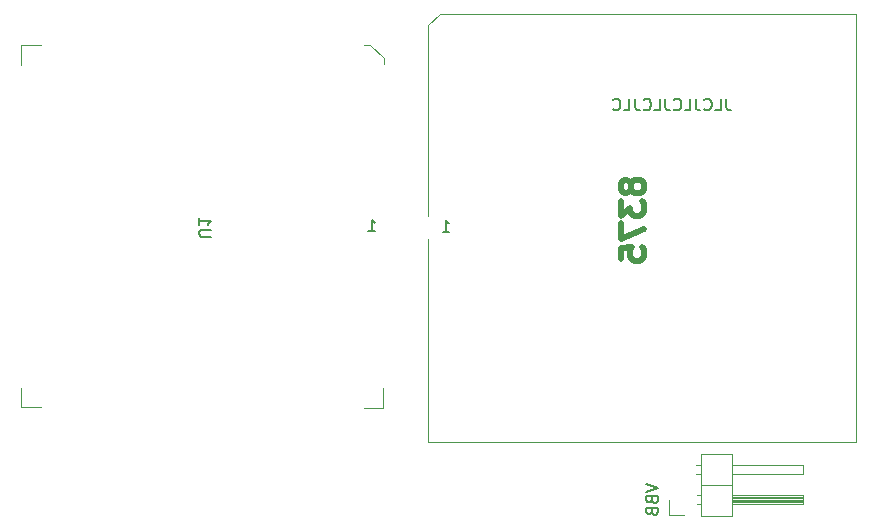
<source format=gbo>
G04 #@! TF.GenerationSoftware,KiCad,Pcbnew,7.0.0-1.fc37*
G04 #@! TF.CreationDate,2023-02-19T18:56:11+00:00*
G04 #@! TF.ProjectId,Agnus,41676e75-732e-46b6-9963-61645f706362,rev?*
G04 #@! TF.SameCoordinates,Original*
G04 #@! TF.FileFunction,Legend,Bot*
G04 #@! TF.FilePolarity,Positive*
%FSLAX46Y46*%
G04 Gerber Fmt 4.6, Leading zero omitted, Abs format (unit mm)*
G04 Created by KiCad (PCBNEW 7.0.0-1.fc37) date 2023-02-19 18:56:11*
%MOMM*%
%LPD*%
G01*
G04 APERTURE LIST*
%ADD10C,0.150000*%
%ADD11C,0.500000*%
%ADD12C,0.120000*%
%ADD13C,0.100000*%
G04 APERTURE END LIST*
D10*
X133521485Y-52437380D02*
X134092913Y-52437380D01*
X133807199Y-52437380D02*
X133807199Y-51437380D01*
X133807199Y-51437380D02*
X133902437Y-51580238D01*
X133902437Y-51580238D02*
X133997675Y-51675476D01*
X133997675Y-51675476D02*
X134092913Y-51723095D01*
X127222285Y-52386580D02*
X127793713Y-52386580D01*
X127507999Y-52386580D02*
X127507999Y-51386580D01*
X127507999Y-51386580D02*
X127603237Y-51529438D01*
X127603237Y-51529438D02*
X127698475Y-51624676D01*
X127698475Y-51624676D02*
X127793713Y-51672295D01*
D11*
X149451904Y-48387380D02*
X149356666Y-48196904D01*
X149356666Y-48196904D02*
X149261428Y-48101666D01*
X149261428Y-48101666D02*
X149070952Y-48006428D01*
X149070952Y-48006428D02*
X148975714Y-48006428D01*
X148975714Y-48006428D02*
X148785238Y-48101666D01*
X148785238Y-48101666D02*
X148690000Y-48196904D01*
X148690000Y-48196904D02*
X148594761Y-48387380D01*
X148594761Y-48387380D02*
X148594761Y-48768333D01*
X148594761Y-48768333D02*
X148690000Y-48958809D01*
X148690000Y-48958809D02*
X148785238Y-49054047D01*
X148785238Y-49054047D02*
X148975714Y-49149285D01*
X148975714Y-49149285D02*
X149070952Y-49149285D01*
X149070952Y-49149285D02*
X149261428Y-49054047D01*
X149261428Y-49054047D02*
X149356666Y-48958809D01*
X149356666Y-48958809D02*
X149451904Y-48768333D01*
X149451904Y-48768333D02*
X149451904Y-48387380D01*
X149451904Y-48387380D02*
X149547142Y-48196904D01*
X149547142Y-48196904D02*
X149642380Y-48101666D01*
X149642380Y-48101666D02*
X149832857Y-48006428D01*
X149832857Y-48006428D02*
X150213809Y-48006428D01*
X150213809Y-48006428D02*
X150404285Y-48101666D01*
X150404285Y-48101666D02*
X150499523Y-48196904D01*
X150499523Y-48196904D02*
X150594761Y-48387380D01*
X150594761Y-48387380D02*
X150594761Y-48768333D01*
X150594761Y-48768333D02*
X150499523Y-48958809D01*
X150499523Y-48958809D02*
X150404285Y-49054047D01*
X150404285Y-49054047D02*
X150213809Y-49149285D01*
X150213809Y-49149285D02*
X149832857Y-49149285D01*
X149832857Y-49149285D02*
X149642380Y-49054047D01*
X149642380Y-49054047D02*
X149547142Y-48958809D01*
X149547142Y-48958809D02*
X149451904Y-48768333D01*
X148594761Y-49815952D02*
X148594761Y-51054047D01*
X148594761Y-51054047D02*
X149356666Y-50387380D01*
X149356666Y-50387380D02*
X149356666Y-50673095D01*
X149356666Y-50673095D02*
X149451904Y-50863571D01*
X149451904Y-50863571D02*
X149547142Y-50958809D01*
X149547142Y-50958809D02*
X149737619Y-51054047D01*
X149737619Y-51054047D02*
X150213809Y-51054047D01*
X150213809Y-51054047D02*
X150404285Y-50958809D01*
X150404285Y-50958809D02*
X150499523Y-50863571D01*
X150499523Y-50863571D02*
X150594761Y-50673095D01*
X150594761Y-50673095D02*
X150594761Y-50101666D01*
X150594761Y-50101666D02*
X150499523Y-49911190D01*
X150499523Y-49911190D02*
X150404285Y-49815952D01*
X148594761Y-51720714D02*
X148594761Y-53054047D01*
X148594761Y-53054047D02*
X150594761Y-52196904D01*
X148594761Y-54768333D02*
X148594761Y-53815952D01*
X148594761Y-53815952D02*
X149547142Y-53720714D01*
X149547142Y-53720714D02*
X149451904Y-53815952D01*
X149451904Y-53815952D02*
X149356666Y-54006428D01*
X149356666Y-54006428D02*
X149356666Y-54482619D01*
X149356666Y-54482619D02*
X149451904Y-54673095D01*
X149451904Y-54673095D02*
X149547142Y-54768333D01*
X149547142Y-54768333D02*
X149737619Y-54863571D01*
X149737619Y-54863571D02*
X150213809Y-54863571D01*
X150213809Y-54863571D02*
X150404285Y-54768333D01*
X150404285Y-54768333D02*
X150499523Y-54673095D01*
X150499523Y-54673095D02*
X150594761Y-54482619D01*
X150594761Y-54482619D02*
X150594761Y-54006428D01*
X150594761Y-54006428D02*
X150499523Y-53815952D01*
X150499523Y-53815952D02*
X150404285Y-53720714D01*
D10*
X157527048Y-41150380D02*
X157527048Y-41864666D01*
X157527048Y-41864666D02*
X157574667Y-42007523D01*
X157574667Y-42007523D02*
X157669905Y-42102761D01*
X157669905Y-42102761D02*
X157812762Y-42150380D01*
X157812762Y-42150380D02*
X157908000Y-42150380D01*
X156574667Y-42150380D02*
X157050857Y-42150380D01*
X157050857Y-42150380D02*
X157050857Y-41150380D01*
X155669905Y-42055142D02*
X155717524Y-42102761D01*
X155717524Y-42102761D02*
X155860381Y-42150380D01*
X155860381Y-42150380D02*
X155955619Y-42150380D01*
X155955619Y-42150380D02*
X156098476Y-42102761D01*
X156098476Y-42102761D02*
X156193714Y-42007523D01*
X156193714Y-42007523D02*
X156241333Y-41912285D01*
X156241333Y-41912285D02*
X156288952Y-41721809D01*
X156288952Y-41721809D02*
X156288952Y-41578952D01*
X156288952Y-41578952D02*
X156241333Y-41388476D01*
X156241333Y-41388476D02*
X156193714Y-41293238D01*
X156193714Y-41293238D02*
X156098476Y-41198000D01*
X156098476Y-41198000D02*
X155955619Y-41150380D01*
X155955619Y-41150380D02*
X155860381Y-41150380D01*
X155860381Y-41150380D02*
X155717524Y-41198000D01*
X155717524Y-41198000D02*
X155669905Y-41245619D01*
X154955619Y-41150380D02*
X154955619Y-41864666D01*
X154955619Y-41864666D02*
X155003238Y-42007523D01*
X155003238Y-42007523D02*
X155098476Y-42102761D01*
X155098476Y-42102761D02*
X155241333Y-42150380D01*
X155241333Y-42150380D02*
X155336571Y-42150380D01*
X154003238Y-42150380D02*
X154479428Y-42150380D01*
X154479428Y-42150380D02*
X154479428Y-41150380D01*
X153098476Y-42055142D02*
X153146095Y-42102761D01*
X153146095Y-42102761D02*
X153288952Y-42150380D01*
X153288952Y-42150380D02*
X153384190Y-42150380D01*
X153384190Y-42150380D02*
X153527047Y-42102761D01*
X153527047Y-42102761D02*
X153622285Y-42007523D01*
X153622285Y-42007523D02*
X153669904Y-41912285D01*
X153669904Y-41912285D02*
X153717523Y-41721809D01*
X153717523Y-41721809D02*
X153717523Y-41578952D01*
X153717523Y-41578952D02*
X153669904Y-41388476D01*
X153669904Y-41388476D02*
X153622285Y-41293238D01*
X153622285Y-41293238D02*
X153527047Y-41198000D01*
X153527047Y-41198000D02*
X153384190Y-41150380D01*
X153384190Y-41150380D02*
X153288952Y-41150380D01*
X153288952Y-41150380D02*
X153146095Y-41198000D01*
X153146095Y-41198000D02*
X153098476Y-41245619D01*
X152384190Y-41150380D02*
X152384190Y-41864666D01*
X152384190Y-41864666D02*
X152431809Y-42007523D01*
X152431809Y-42007523D02*
X152527047Y-42102761D01*
X152527047Y-42102761D02*
X152669904Y-42150380D01*
X152669904Y-42150380D02*
X152765142Y-42150380D01*
X151431809Y-42150380D02*
X151907999Y-42150380D01*
X151907999Y-42150380D02*
X151907999Y-41150380D01*
X150527047Y-42055142D02*
X150574666Y-42102761D01*
X150574666Y-42102761D02*
X150717523Y-42150380D01*
X150717523Y-42150380D02*
X150812761Y-42150380D01*
X150812761Y-42150380D02*
X150955618Y-42102761D01*
X150955618Y-42102761D02*
X151050856Y-42007523D01*
X151050856Y-42007523D02*
X151098475Y-41912285D01*
X151098475Y-41912285D02*
X151146094Y-41721809D01*
X151146094Y-41721809D02*
X151146094Y-41578952D01*
X151146094Y-41578952D02*
X151098475Y-41388476D01*
X151098475Y-41388476D02*
X151050856Y-41293238D01*
X151050856Y-41293238D02*
X150955618Y-41198000D01*
X150955618Y-41198000D02*
X150812761Y-41150380D01*
X150812761Y-41150380D02*
X150717523Y-41150380D01*
X150717523Y-41150380D02*
X150574666Y-41198000D01*
X150574666Y-41198000D02*
X150527047Y-41245619D01*
X149812761Y-41150380D02*
X149812761Y-41864666D01*
X149812761Y-41864666D02*
X149860380Y-42007523D01*
X149860380Y-42007523D02*
X149955618Y-42102761D01*
X149955618Y-42102761D02*
X150098475Y-42150380D01*
X150098475Y-42150380D02*
X150193713Y-42150380D01*
X148860380Y-42150380D02*
X149336570Y-42150380D01*
X149336570Y-42150380D02*
X149336570Y-41150380D01*
X147955618Y-42055142D02*
X148003237Y-42102761D01*
X148003237Y-42102761D02*
X148146094Y-42150380D01*
X148146094Y-42150380D02*
X148241332Y-42150380D01*
X148241332Y-42150380D02*
X148384189Y-42102761D01*
X148384189Y-42102761D02*
X148479427Y-42007523D01*
X148479427Y-42007523D02*
X148527046Y-41912285D01*
X148527046Y-41912285D02*
X148574665Y-41721809D01*
X148574665Y-41721809D02*
X148574665Y-41578952D01*
X148574665Y-41578952D02*
X148527046Y-41388476D01*
X148527046Y-41388476D02*
X148479427Y-41293238D01*
X148479427Y-41293238D02*
X148384189Y-41198000D01*
X148384189Y-41198000D02*
X148241332Y-41150380D01*
X148241332Y-41150380D02*
X148146094Y-41150380D01*
X148146094Y-41150380D02*
X148003237Y-41198000D01*
X148003237Y-41198000D02*
X147955618Y-41245619D01*
X150751380Y-73799867D02*
X151751380Y-74133200D01*
X151751380Y-74133200D02*
X150751380Y-74466533D01*
X151227571Y-75133200D02*
X151275190Y-75276057D01*
X151275190Y-75276057D02*
X151322809Y-75323676D01*
X151322809Y-75323676D02*
X151418047Y-75371295D01*
X151418047Y-75371295D02*
X151560904Y-75371295D01*
X151560904Y-75371295D02*
X151656142Y-75323676D01*
X151656142Y-75323676D02*
X151703761Y-75276057D01*
X151703761Y-75276057D02*
X151751380Y-75180819D01*
X151751380Y-75180819D02*
X151751380Y-74799867D01*
X151751380Y-74799867D02*
X150751380Y-74799867D01*
X150751380Y-74799867D02*
X150751380Y-75133200D01*
X150751380Y-75133200D02*
X150799000Y-75228438D01*
X150799000Y-75228438D02*
X150846619Y-75276057D01*
X150846619Y-75276057D02*
X150941857Y-75323676D01*
X150941857Y-75323676D02*
X151037095Y-75323676D01*
X151037095Y-75323676D02*
X151132333Y-75276057D01*
X151132333Y-75276057D02*
X151179952Y-75228438D01*
X151179952Y-75228438D02*
X151227571Y-75133200D01*
X151227571Y-75133200D02*
X151227571Y-74799867D01*
X151227571Y-76133200D02*
X151275190Y-76276057D01*
X151275190Y-76276057D02*
X151322809Y-76323676D01*
X151322809Y-76323676D02*
X151418047Y-76371295D01*
X151418047Y-76371295D02*
X151560904Y-76371295D01*
X151560904Y-76371295D02*
X151656142Y-76323676D01*
X151656142Y-76323676D02*
X151703761Y-76276057D01*
X151703761Y-76276057D02*
X151751380Y-76180819D01*
X151751380Y-76180819D02*
X151751380Y-75799867D01*
X151751380Y-75799867D02*
X150751380Y-75799867D01*
X150751380Y-75799867D02*
X150751380Y-76133200D01*
X150751380Y-76133200D02*
X150799000Y-76228438D01*
X150799000Y-76228438D02*
X150846619Y-76276057D01*
X150846619Y-76276057D02*
X150941857Y-76323676D01*
X150941857Y-76323676D02*
X151037095Y-76323676D01*
X151037095Y-76323676D02*
X151132333Y-76276057D01*
X151132333Y-76276057D02*
X151179952Y-76228438D01*
X151179952Y-76228438D02*
X151227571Y-76133200D01*
X151227571Y-76133200D02*
X151227571Y-75799867D01*
X113908619Y-52831904D02*
X113099095Y-52831904D01*
X113099095Y-52831904D02*
X113003857Y-52784285D01*
X113003857Y-52784285D02*
X112956238Y-52736666D01*
X112956238Y-52736666D02*
X112908619Y-52641428D01*
X112908619Y-52641428D02*
X112908619Y-52450952D01*
X112908619Y-52450952D02*
X112956238Y-52355714D01*
X112956238Y-52355714D02*
X113003857Y-52308095D01*
X113003857Y-52308095D02*
X113099095Y-52260476D01*
X113099095Y-52260476D02*
X113908619Y-52260476D01*
X112908619Y-51260476D02*
X112908619Y-51831904D01*
X112908619Y-51546190D02*
X113908619Y-51546190D01*
X113908619Y-51546190D02*
X113765761Y-51641428D01*
X113765761Y-51641428D02*
X113670523Y-51736666D01*
X113670523Y-51736666D02*
X113622904Y-51831904D01*
D12*
X152654000Y-75133200D02*
X152654000Y-76403200D01*
X152654000Y-76403200D02*
X153924000Y-76403200D01*
X154966929Y-72213200D02*
X155364000Y-72213200D01*
X154966929Y-72973200D02*
X155364000Y-72973200D01*
X155034000Y-74753200D02*
X155364000Y-74753200D01*
X155034000Y-75513200D02*
X155364000Y-75513200D01*
X155364000Y-71263200D02*
X158024000Y-71263200D01*
X155364000Y-73863200D02*
X158024000Y-73863200D01*
X155364000Y-76463200D02*
X155364000Y-71263200D01*
X158024000Y-71263200D02*
X158024000Y-76463200D01*
X158024000Y-72973200D02*
X164024000Y-72973200D01*
X158024000Y-74853200D02*
X164024000Y-74853200D01*
X158024000Y-74973200D02*
X164024000Y-74973200D01*
X158024000Y-75093200D02*
X164024000Y-75093200D01*
X158024000Y-75213200D02*
X164024000Y-75213200D01*
X158024000Y-75333200D02*
X164024000Y-75333200D01*
X158024000Y-75453200D02*
X164024000Y-75453200D01*
X158024000Y-75513200D02*
X164024000Y-75513200D01*
X158024000Y-76463200D02*
X155364000Y-76463200D01*
X164024000Y-72213200D02*
X158024000Y-72213200D01*
X164024000Y-72973200D02*
X164024000Y-72213200D01*
X164024000Y-74753200D02*
X158024000Y-74753200D01*
X164024000Y-75513200D02*
X164024000Y-74753200D01*
D13*
X126861000Y-67310000D02*
X128511000Y-67310000D01*
X128511000Y-67310000D02*
X128511000Y-65660000D01*
X97861000Y-67297000D02*
X99511000Y-67297000D01*
X97861000Y-65647000D02*
X97861000Y-67297000D01*
X97861000Y-38297000D02*
X97861000Y-36647000D01*
X128552400Y-37751400D02*
X128552400Y-38251400D01*
X97861000Y-36647000D02*
X99511000Y-36647000D01*
X126902400Y-36601400D02*
X127402400Y-36601400D01*
X127402400Y-36601400D02*
X128552400Y-37751400D01*
D12*
X168478000Y-33945000D02*
X168478000Y-70195000D01*
X133258000Y-33945000D02*
X168478000Y-33945000D01*
X132258000Y-34945000D02*
X133258000Y-33945000D01*
X132258000Y-51070000D02*
X132258000Y-34945000D01*
X168478000Y-70195000D02*
X132258000Y-70195000D01*
X132258000Y-70195000D02*
X132258000Y-53070000D01*
M02*

</source>
